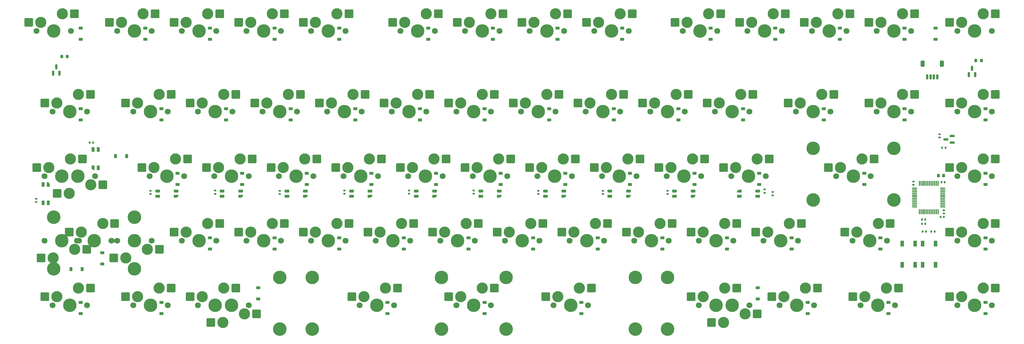
<source format=gbr>
%TF.GenerationSoftware,KiCad,Pcbnew,8.0.4*%
%TF.CreationDate,2024-08-19T01:28:38+08:00*%
%TF.ProjectId,cloak-xt,636c6f61-6b2d-4787-942e-6b696361645f,rev?*%
%TF.SameCoordinates,Original*%
%TF.FileFunction,Soldermask,Bot*%
%TF.FilePolarity,Negative*%
%FSLAX46Y46*%
G04 Gerber Fmt 4.6, Leading zero omitted, Abs format (unit mm)*
G04 Created by KiCad (PCBNEW 8.0.4) date 2024-08-19 01:28:38*
%MOMM*%
%LPD*%
G01*
G04 APERTURE LIST*
G04 Aperture macros list*
%AMRoundRect*
0 Rectangle with rounded corners*
0 $1 Rounding radius*
0 $2 $3 $4 $5 $6 $7 $8 $9 X,Y pos of 4 corners*
0 Add a 4 corners polygon primitive as box body*
4,1,4,$2,$3,$4,$5,$6,$7,$8,$9,$2,$3,0*
0 Add four circle primitives for the rounded corners*
1,1,$1+$1,$2,$3*
1,1,$1+$1,$4,$5*
1,1,$1+$1,$6,$7*
1,1,$1+$1,$8,$9*
0 Add four rect primitives between the rounded corners*
20,1,$1+$1,$2,$3,$4,$5,0*
20,1,$1+$1,$4,$5,$6,$7,0*
20,1,$1+$1,$6,$7,$8,$9,0*
20,1,$1+$1,$8,$9,$2,$3,0*%
%AMFreePoly0*
4,1,18,-0.410000,0.593000,-0.403758,0.624380,-0.385983,0.650983,-0.359380,0.668758,-0.328000,0.675000,0.328000,0.675000,0.359380,0.668758,0.385983,0.650983,0.403758,0.624380,0.410000,0.593000,0.410000,-0.593000,0.403758,-0.624380,0.385983,-0.650983,0.359380,-0.668758,0.328000,-0.675000,0.000000,-0.675000,-0.410000,-0.265000,-0.410000,0.593000,-0.410000,0.593000,$1*%
G04 Aperture macros list end*
%ADD10RoundRect,0.082000X0.593000X-0.328000X0.593000X0.328000X-0.593000X0.328000X-0.593000X-0.328000X0*%
%ADD11FreePoly0,90.000000*%
%ADD12RoundRect,0.082000X0.328000X0.593000X-0.328000X0.593000X-0.328000X-0.593000X0.328000X-0.593000X0*%
%ADD13FreePoly0,180.000000*%
%ADD14RoundRect,0.082000X-0.328000X-0.593000X0.328000X-0.593000X0.328000X0.593000X-0.328000X0.593000X0*%
%ADD15FreePoly0,0.000000*%
%ADD16RoundRect,0.082000X-0.593000X0.328000X-0.593000X-0.328000X0.593000X-0.328000X0.593000X0.328000X0*%
%ADD17FreePoly0,270.000000*%
%ADD18RoundRect,0.140000X-0.170000X0.140000X-0.170000X-0.140000X0.170000X-0.140000X0.170000X0.140000X0*%
%ADD19RoundRect,0.140000X-0.140000X-0.170000X0.140000X-0.170000X0.140000X0.170000X-0.140000X0.170000X0*%
%ADD20RoundRect,0.140000X0.170000X-0.140000X0.170000X0.140000X-0.170000X0.140000X-0.170000X-0.140000X0*%
%ADD21RoundRect,0.135000X-0.185000X0.135000X-0.185000X-0.135000X0.185000X-0.135000X0.185000X0.135000X0*%
%ADD22C,3.987800*%
%ADD23C,4.000000*%
%ADD24RoundRect,0.225000X0.375000X-0.225000X0.375000X0.225000X-0.375000X0.225000X-0.375000X-0.225000X0*%
%ADD25C,1.750000*%
%ADD26C,3.300000*%
%ADD27RoundRect,0.250000X1.025000X1.000000X-1.025000X1.000000X-1.025000X-1.000000X1.025000X-1.000000X0*%
%ADD28RoundRect,0.075000X0.075000X-0.662500X0.075000X0.662500X-0.075000X0.662500X-0.075000X-0.662500X0*%
%ADD29RoundRect,0.075000X0.662500X-0.075000X0.662500X0.075000X-0.662500X0.075000X-0.662500X-0.075000X0*%
%ADD30RoundRect,0.225000X0.225000X0.375000X-0.225000X0.375000X-0.225000X-0.375000X0.225000X-0.375000X0*%
%ADD31RoundRect,0.250000X-1.025000X-1.000000X1.025000X-1.000000X1.025000X1.000000X-1.025000X1.000000X0*%
%ADD32RoundRect,0.225000X-0.375000X0.225000X-0.375000X-0.225000X0.375000X-0.225000X0.375000X0.225000X0*%
%ADD33R,1.000000X1.700000*%
%ADD34RoundRect,0.150000X0.150000X-0.587500X0.150000X0.587500X-0.150000X0.587500X-0.150000X-0.587500X0*%
%ADD35RoundRect,0.200000X0.200000X0.275000X-0.200000X0.275000X-0.200000X-0.275000X0.200000X-0.275000X0*%
%ADD36RoundRect,0.150000X0.587500X0.150000X-0.587500X0.150000X-0.587500X-0.150000X0.587500X-0.150000X0*%
%ADD37RoundRect,0.140000X0.140000X0.170000X-0.140000X0.170000X-0.140000X-0.170000X0.140000X-0.170000X0*%
%ADD38RoundRect,0.135000X0.135000X0.185000X-0.135000X0.185000X-0.135000X-0.185000X0.135000X-0.185000X0*%
%ADD39RoundRect,0.150000X-0.150000X-0.625000X0.150000X-0.625000X0.150000X0.625000X-0.150000X0.625000X0*%
%ADD40RoundRect,0.250000X-0.350000X-0.650000X0.350000X-0.650000X0.350000X0.650000X-0.350000X0.650000X0*%
%ADD41RoundRect,0.225000X-0.225000X-0.250000X0.225000X-0.250000X0.225000X0.250000X-0.225000X0.250000X0*%
G04 APERTURE END LIST*
D10*
%TO.C,LED10*%
X97589536Y-130347661D03*
X97589536Y-131847661D03*
X103039536Y-130347661D03*
D11*
X103039536Y-131847661D03*
%TD*%
D10*
%TO.C,LED4*%
X211889536Y-130347661D03*
X211889536Y-131847661D03*
X217339536Y-130347661D03*
D11*
X217339536Y-131847661D03*
%TD*%
D10*
%TO.C,LED3*%
X230886411Y-130391411D03*
X230886411Y-131891411D03*
X236336411Y-130391411D03*
D11*
X236336411Y-131891411D03*
%TD*%
D10*
%TO.C,LED2*%
X249936411Y-130391411D03*
X249936411Y-131891411D03*
X255386411Y-130391411D03*
D11*
X255386411Y-131891411D03*
%TD*%
D10*
%TO.C,LED9*%
X116586411Y-130391411D03*
X116586411Y-131891411D03*
X122036411Y-130391411D03*
D11*
X122036411Y-131891411D03*
%TD*%
D12*
%TO.C,LED12*%
X63792661Y-133866411D03*
X65292661Y-133866411D03*
X63792661Y-128416411D03*
D13*
X65292661Y-128416411D03*
%TD*%
D14*
%TO.C,LED11*%
X80020786Y-118044536D03*
X78520786Y-118044536D03*
X80020786Y-123494536D03*
D15*
X78520786Y-123494536D03*
%TD*%
D10*
%TO.C,LED8*%
X135689536Y-130347661D03*
X135689536Y-131847661D03*
X141139536Y-130347661D03*
D11*
X141139536Y-131847661D03*
%TD*%
D10*
%TO.C,LED7*%
X154739536Y-130347661D03*
X154739536Y-131847661D03*
X160189536Y-130347661D03*
D11*
X160189536Y-131847661D03*
%TD*%
D10*
%TO.C,LED6*%
X173789536Y-130347661D03*
X173789536Y-131847661D03*
X179239536Y-130347661D03*
D11*
X179239536Y-131847661D03*
%TD*%
D10*
%TO.C,LED5*%
X192839536Y-130347661D03*
X192839536Y-131847661D03*
X198289536Y-130347661D03*
D11*
X198289536Y-131847661D03*
%TD*%
D16*
%TO.C,LED1*%
X274489536Y-131847661D03*
X274489536Y-130347661D03*
X269039536Y-131847661D03*
D17*
X269039536Y-130347661D03*
%TD*%
D18*
%TO.C,C21*%
X61764536Y-132645786D03*
X61764536Y-133605786D03*
%TD*%
D19*
%TO.C,C20*%
X77556411Y-116060161D03*
X78516411Y-116060161D03*
%TD*%
D20*
%TO.C,C19*%
X95498911Y-131224536D03*
X95498911Y-130264536D03*
%TD*%
%TO.C,C18*%
X114548911Y-131184536D03*
X114548911Y-130224536D03*
%TD*%
%TO.C,C17*%
X133598911Y-131224536D03*
X133598911Y-130264536D03*
%TD*%
%TO.C,C16*%
X152648911Y-131141411D03*
X152648911Y-130181411D03*
%TD*%
%TO.C,C15*%
X171698911Y-131141411D03*
X171698911Y-130181411D03*
%TD*%
%TO.C,C14*%
X190748911Y-131141411D03*
X190748911Y-130181411D03*
%TD*%
%TO.C,C13*%
X209798911Y-130264536D03*
X209798911Y-131224536D03*
%TD*%
%TO.C,C12*%
X228848911Y-130264536D03*
X228848911Y-131224536D03*
%TD*%
D21*
%TO.C,R5*%
X278855161Y-131651411D03*
X278855161Y-130631411D03*
%TD*%
D20*
%TO.C,C11*%
X247898911Y-130264536D03*
X247898911Y-131224536D03*
%TD*%
D18*
%TO.C,C8*%
X276473911Y-130827661D03*
X276473911Y-129867661D03*
%TD*%
D22*
%TO.C,ENC2*%
X338386411Y-83119536D03*
%TD*%
D23*
%TO.C,S44*%
X66923911Y-138047036D03*
D22*
X66923911Y-153287036D03*
D23*
X90736411Y-138047036D03*
D22*
X90736411Y-153287036D03*
%TD*%
D23*
%TO.C,S62*%
X181223911Y-171067036D03*
D22*
X181223911Y-155827036D03*
D23*
X143123911Y-171067036D03*
D22*
X143123911Y-155827036D03*
%TD*%
%TO.C,ENC1*%
X66923911Y-83119536D03*
%TD*%
D23*
%TO.C,S41*%
X314573911Y-132967036D03*
D22*
X314573911Y-117727036D03*
D23*
X290761411Y-132967036D03*
D22*
X290761411Y-117727036D03*
%TD*%
D23*
%TO.C,S63*%
X247898911Y-171067036D03*
D22*
X247898911Y-155827036D03*
D23*
X133598911Y-171067036D03*
D22*
X133598911Y-155827036D03*
%TD*%
D23*
%TO.C,S64*%
X238373911Y-171067036D03*
D22*
X238373911Y-155827036D03*
D23*
X200273911Y-171067036D03*
D22*
X200273911Y-155827036D03*
%TD*%
D24*
%TO.C,D23*%
X232023911Y-106075786D03*
X232023911Y-109375786D03*
%TD*%
%TO.C,D16*%
X98673911Y-106075786D03*
X98673911Y-109375786D03*
%TD*%
%TO.C,D62*%
X165348911Y-163225786D03*
X165348911Y-166525786D03*
%TD*%
%TO.C,D7*%
X196400411Y-82263286D03*
X196400411Y-85563286D03*
%TD*%
%TO.C,D35*%
X179636411Y-125125786D03*
X179636411Y-128425786D03*
%TD*%
D25*
%TO.C,MX59*%
X100578911Y-164082036D03*
D22*
X95498911Y-164082036D03*
D25*
X90418911Y-164082036D03*
D26*
X91688911Y-161542036D03*
D27*
X88138911Y-161542036D03*
X101588911Y-159002036D03*
D26*
X98038911Y-159002036D03*
%TD*%
D24*
%TO.C,D41*%
X305842661Y-125125786D03*
X305842661Y-128425786D03*
%TD*%
D20*
%TO.C,C4*%
X320348911Y-127527036D03*
X320348911Y-128487036D03*
%TD*%
D28*
%TO.C,U1*%
X327598911Y-136419536D03*
X327098911Y-136419536D03*
X326598911Y-136419536D03*
X326098911Y-136419536D03*
X325598911Y-136419536D03*
X325098911Y-136419536D03*
X324598911Y-136419536D03*
X324098911Y-136419536D03*
X323598911Y-136419536D03*
X323098911Y-136419536D03*
X322598911Y-136419536D03*
X322098911Y-136419536D03*
D29*
X320686411Y-135007036D03*
X320686411Y-134507036D03*
X320686411Y-134007036D03*
X320686411Y-133507036D03*
X320686411Y-133007036D03*
X320686411Y-132507036D03*
X320686411Y-132007036D03*
X320686411Y-131507036D03*
X320686411Y-131007036D03*
X320686411Y-130507036D03*
X320686411Y-130007036D03*
X320686411Y-129507036D03*
D28*
X322098911Y-128094536D03*
X322598911Y-128094536D03*
X323098911Y-128094536D03*
X323598911Y-128094536D03*
X324098911Y-128094536D03*
X324598911Y-128094536D03*
X325098911Y-128094536D03*
X325598911Y-128094536D03*
X326098911Y-128094536D03*
X326598911Y-128094536D03*
X327098911Y-128094536D03*
X327598911Y-128094536D03*
D29*
X329011411Y-129507036D03*
X329011411Y-130007036D03*
X329011411Y-130507036D03*
X329011411Y-131007036D03*
X329011411Y-131507036D03*
X329011411Y-132007036D03*
X329011411Y-132507036D03*
X329011411Y-133007036D03*
X329011411Y-133507036D03*
X329011411Y-134007036D03*
X329011411Y-134507036D03*
X329011411Y-135007036D03*
%TD*%
D24*
%TO.C,D37*%
X217736411Y-125125786D03*
X217736411Y-128425786D03*
%TD*%
%TO.C,D3*%
X112961411Y-82263286D03*
X112961411Y-85563286D03*
%TD*%
D25*
%TO.C,MX20*%
X176778911Y-106932036D03*
D22*
X171698911Y-106932036D03*
D25*
X166618911Y-106932036D03*
D26*
X167888911Y-104392036D03*
D27*
X164338911Y-104392036D03*
X177788911Y-101852036D03*
D26*
X174238911Y-101852036D03*
%TD*%
D24*
%TO.C,D20*%
X174873911Y-106075786D03*
X174873911Y-109375786D03*
%TD*%
D25*
%TO.C,MX1*%
X72003911Y-83119536D03*
D22*
X66923911Y-83119536D03*
D25*
X61843911Y-83119536D03*
D26*
X63113911Y-80579536D03*
D27*
X59563911Y-80579536D03*
X73013911Y-78039536D03*
D26*
X69463911Y-78039536D03*
%TD*%
D25*
%TO.C,MX22*%
X214878911Y-106932036D03*
D22*
X209798911Y-106932036D03*
D25*
X204718911Y-106932036D03*
D26*
X205988911Y-104392036D03*
D27*
X202438911Y-104392036D03*
X215888911Y-101852036D03*
D26*
X212338911Y-101852036D03*
%TD*%
D24*
%TO.C,D8*%
X215450411Y-82263286D03*
X215450411Y-85563286D03*
%TD*%
%TO.C,D11*%
X279648911Y-82263286D03*
X279648911Y-85563286D03*
%TD*%
D25*
%TO.C,MX17*%
X119628911Y-106932036D03*
D22*
X114548911Y-106932036D03*
D25*
X109468911Y-106932036D03*
D26*
X110738911Y-104392036D03*
D27*
X107188911Y-104392036D03*
X120638911Y-101852036D03*
D26*
X117088911Y-101852036D03*
%TD*%
D24*
%TO.C,D59*%
X98673911Y-163225786D03*
X98673911Y-166525786D03*
%TD*%
%TO.C,D47*%
X132011411Y-144175786D03*
X132011411Y-147475786D03*
%TD*%
D25*
%TO.C,MX53*%
X248216411Y-145032036D03*
D22*
X243136411Y-145032036D03*
D25*
X238056411Y-145032036D03*
D26*
X239326411Y-142492036D03*
D27*
X235776411Y-142492036D03*
X249226411Y-139952036D03*
D26*
X245676411Y-139952036D03*
%TD*%
D24*
%TO.C,D54*%
X265361411Y-144175786D03*
X265361411Y-147475786D03*
%TD*%
D25*
%TO.C,MX14*%
X343466411Y-83119536D03*
D22*
X338386411Y-83119536D03*
D25*
X333306411Y-83119536D03*
D26*
X334576411Y-80579536D03*
D27*
X331026411Y-80579536D03*
X344476411Y-78039536D03*
D26*
X340926411Y-78039536D03*
%TD*%
D25*
%TO.C,MX12*%
X300603911Y-83119536D03*
D22*
X295523911Y-83119536D03*
D25*
X290443911Y-83119536D03*
D26*
X291713911Y-80579536D03*
D27*
X288163911Y-80579536D03*
X301613911Y-78039536D03*
D26*
X298063911Y-78039536D03*
%TD*%
D25*
%TO.C,MX56*%
X312510161Y-145032036D03*
D22*
X307430161Y-145032036D03*
D25*
X302350161Y-145032036D03*
D26*
X303620161Y-142492036D03*
D27*
X300070161Y-142492036D03*
X313520161Y-139952036D03*
D26*
X309970161Y-139952036D03*
%TD*%
D25*
%TO.C,MX60*%
X119628911Y-164082036D03*
D22*
X114548911Y-164082036D03*
D25*
X109468911Y-164082036D03*
D26*
X110738911Y-161542036D03*
D27*
X107188911Y-161542036D03*
X120638911Y-159002036D03*
D26*
X117088911Y-159002036D03*
%TD*%
D24*
%TO.C,D15*%
X74861411Y-106075786D03*
X74861411Y-109375786D03*
%TD*%
D19*
%TO.C,C3*%
X329578911Y-127757036D03*
X328618911Y-127757036D03*
%TD*%
D30*
%TO.C,D43*%
X72020786Y-153366411D03*
X75320786Y-153366411D03*
%TD*%
D25*
%TO.C,MX34*%
X162491411Y-125982036D03*
D22*
X157411411Y-125982036D03*
D25*
X152331411Y-125982036D03*
D26*
X153601411Y-123442036D03*
D27*
X150051411Y-123442036D03*
X163501411Y-120902036D03*
D26*
X159951411Y-120902036D03*
%TD*%
D25*
%TO.C,MX13*%
X319653911Y-83119536D03*
D22*
X314573911Y-83119536D03*
D25*
X309493911Y-83119536D03*
D26*
X310763911Y-80579536D03*
D27*
X307213911Y-80579536D03*
X320663911Y-78039536D03*
D26*
X317113911Y-78039536D03*
%TD*%
D25*
%TO.C,MX46*%
X114866411Y-145032036D03*
D22*
X109786411Y-145032036D03*
D25*
X104706411Y-145032036D03*
D26*
X105976411Y-142492036D03*
D27*
X102426411Y-142492036D03*
X115876411Y-139952036D03*
D26*
X112326411Y-139952036D03*
%TD*%
D25*
%TO.C,MX42*%
X343466411Y-125982036D03*
D22*
X338386411Y-125982036D03*
D25*
X333306411Y-125982036D03*
D26*
X334576411Y-123442036D03*
D27*
X331026411Y-123442036D03*
X344476411Y-120902036D03*
D26*
X340926411Y-120902036D03*
%TD*%
D25*
%TO.C,MX45*%
X85656411Y-145032036D03*
D22*
X90736411Y-145032036D03*
D25*
X95816411Y-145032036D03*
D26*
X94546411Y-147572036D03*
D31*
X98096411Y-147572036D03*
X84646411Y-150112036D03*
D26*
X88196411Y-150112036D03*
%TD*%
D32*
%TO.C,D45*%
X81211411Y-151841411D03*
X81211411Y-148541411D03*
%TD*%
D25*
%TO.C,MX29*%
X74385161Y-125982036D03*
D22*
X69305161Y-125982036D03*
D25*
X64225161Y-125982036D03*
D26*
X65495161Y-123442036D03*
D27*
X61945161Y-123442036D03*
X75395161Y-120902036D03*
D26*
X71845161Y-120902036D03*
%TD*%
D33*
%TO.C,BOOT1*%
X326877036Y-152150786D03*
X326877036Y-145850786D03*
X323077036Y-152150786D03*
X323077036Y-145850786D03*
%TD*%
D25*
%TO.C,MX7*%
X198305411Y-83119536D03*
D22*
X193225411Y-83119536D03*
D25*
X188145411Y-83119536D03*
D26*
X189415411Y-80579536D03*
D27*
X185865411Y-80579536D03*
X199315411Y-78039536D03*
D26*
X195765411Y-78039536D03*
%TD*%
%TO.C,MX30*%
X71527661Y-131062036D03*
D31*
X67977661Y-131062036D03*
X81427661Y-128522036D03*
D26*
X77877661Y-128522036D03*
D25*
X79147661Y-125982036D03*
D22*
X74067661Y-125982036D03*
D25*
X68987661Y-125982036D03*
%TD*%
%TO.C,MX8*%
X217355411Y-83119536D03*
D22*
X212275411Y-83119536D03*
D25*
X207195411Y-83119536D03*
D26*
X208465411Y-80579536D03*
D27*
X204915411Y-80579536D03*
X218365411Y-78039536D03*
D26*
X214815411Y-78039536D03*
%TD*%
D24*
%TO.C,D40*%
X274886411Y-125125786D03*
X274886411Y-128425786D03*
%TD*%
D25*
%TO.C,MX16*%
X100578911Y-106932036D03*
D22*
X95498911Y-106932036D03*
D25*
X90418911Y-106932036D03*
D26*
X91688911Y-104392036D03*
D27*
X88138911Y-104392036D03*
X101588911Y-101852036D03*
D26*
X98038911Y-101852036D03*
%TD*%
D24*
%TO.C,D19*%
X155823911Y-106075786D03*
X155823911Y-109375786D03*
%TD*%
D30*
%TO.C,D29*%
X85117661Y-120028911D03*
X88417661Y-120028911D03*
%TD*%
D25*
%TO.C,MX33*%
X143441411Y-125982036D03*
D22*
X138361411Y-125982036D03*
D25*
X133281411Y-125982036D03*
D26*
X134551411Y-123442036D03*
D27*
X131001411Y-123442036D03*
X144451411Y-120902036D03*
D26*
X140901411Y-120902036D03*
%TD*%
D18*
%TO.C,C5*%
X329348911Y-136987036D03*
X329348911Y-136027036D03*
%TD*%
D25*
%TO.C,MX54*%
X267266411Y-145032036D03*
D22*
X262186411Y-145032036D03*
D25*
X257106411Y-145032036D03*
D26*
X258376411Y-142492036D03*
D27*
X254826411Y-142492036D03*
X268276411Y-139952036D03*
D26*
X264726411Y-139952036D03*
%TD*%
D24*
%TO.C,D50*%
X189161411Y-144175786D03*
X189161411Y-147475786D03*
%TD*%
%TO.C,D48*%
X151061411Y-144175786D03*
X151061411Y-147475786D03*
%TD*%
%TO.C,D31*%
X103436411Y-125125786D03*
X103436411Y-128425786D03*
%TD*%
D25*
%TO.C,MX65*%
X267266411Y-164082036D03*
D22*
X262186411Y-164082036D03*
D25*
X257106411Y-164082036D03*
D26*
X258376411Y-161542036D03*
D27*
X254826411Y-161542036D03*
X268276411Y-159002036D03*
D26*
X264726411Y-159002036D03*
%TD*%
D25*
%TO.C,MX24*%
X252978911Y-106932036D03*
D22*
X247898911Y-106932036D03*
D25*
X242818911Y-106932036D03*
D26*
X244088911Y-104392036D03*
D27*
X240538911Y-104392036D03*
X253988911Y-101852036D03*
D26*
X250438911Y-101852036D03*
%TD*%
D25*
%TO.C,MX31*%
X105341411Y-125982036D03*
D22*
X100261411Y-125982036D03*
D25*
X95181411Y-125982036D03*
D26*
X96451411Y-123442036D03*
D27*
X92901411Y-123442036D03*
X106351411Y-120902036D03*
D26*
X102801411Y-120902036D03*
%TD*%
D25*
%TO.C,MX3*%
X114866411Y-83119536D03*
D22*
X109786411Y-83119536D03*
D25*
X104706411Y-83119536D03*
D26*
X105976411Y-80579536D03*
D27*
X102426411Y-80579536D03*
X115876411Y-78039536D03*
D26*
X112326411Y-78039536D03*
%TD*%
D25*
%TO.C,MX18*%
X138678911Y-106932036D03*
D22*
X133598911Y-106932036D03*
D25*
X128518911Y-106932036D03*
D26*
X129788911Y-104392036D03*
D27*
X126238911Y-104392036D03*
X139688911Y-101852036D03*
D26*
X136138911Y-101852036D03*
%TD*%
D25*
%TO.C,MX6*%
X179255411Y-83119536D03*
D22*
X174175411Y-83119536D03*
D25*
X169095411Y-83119536D03*
D26*
X170365411Y-80579536D03*
D27*
X166815411Y-80579536D03*
X180265411Y-78039536D03*
D26*
X176715411Y-78039536D03*
%TD*%
D25*
%TO.C,MX41*%
X307747661Y-125982036D03*
D22*
X302667661Y-125982036D03*
D25*
X297587661Y-125982036D03*
D26*
X298857661Y-123442036D03*
D27*
X295307661Y-123442036D03*
X308757661Y-120902036D03*
D26*
X305207661Y-120902036D03*
%TD*%
D25*
%TO.C,MX25*%
X272028911Y-106932036D03*
D22*
X266948911Y-106932036D03*
D25*
X261868911Y-106932036D03*
D26*
X263138911Y-104392036D03*
D27*
X259588911Y-104392036D03*
X273038911Y-101852036D03*
D26*
X269488911Y-101852036D03*
%TD*%
D25*
%TO.C,MX11*%
X281553911Y-83119536D03*
D22*
X276473911Y-83119536D03*
D25*
X271393911Y-83119536D03*
D26*
X272663911Y-80579536D03*
D27*
X269113911Y-80579536D03*
X282563911Y-78039536D03*
D26*
X279013911Y-78039536D03*
%TD*%
D25*
%TO.C,MX5*%
X152966411Y-83119536D03*
D22*
X147886411Y-83119536D03*
D25*
X142806411Y-83119536D03*
D26*
X144076411Y-80579536D03*
D27*
X140526411Y-80579536D03*
X153976411Y-78039536D03*
D26*
X150426411Y-78039536D03*
%TD*%
D25*
%TO.C,MX2*%
X95816411Y-83119536D03*
D22*
X90736411Y-83119536D03*
D25*
X85656411Y-83119536D03*
D26*
X86926411Y-80579536D03*
D27*
X83376411Y-80579536D03*
X96826411Y-78039536D03*
D26*
X93276411Y-78039536D03*
%TD*%
D25*
%TO.C,MX38*%
X238691411Y-125982036D03*
D22*
X233611411Y-125982036D03*
D25*
X228531411Y-125982036D03*
D26*
X229801411Y-123442036D03*
D27*
X226251411Y-123442036D03*
X239701411Y-120902036D03*
D26*
X236151411Y-120902036D03*
%TD*%
D24*
%TO.C,D52*%
X227261411Y-144175786D03*
X227261411Y-147475786D03*
%TD*%
D25*
%TO.C,MX48*%
X152966411Y-145032036D03*
D22*
X147886411Y-145032036D03*
D25*
X142806411Y-145032036D03*
D26*
X144076411Y-142492036D03*
D27*
X140526411Y-142492036D03*
X153976411Y-139952036D03*
D26*
X150426411Y-139952036D03*
%TD*%
D24*
%TO.C,D64*%
X222498911Y-163225786D03*
X222498911Y-166525786D03*
%TD*%
D33*
%TO.C,RST1*%
X317077036Y-145850786D03*
X317077036Y-152150786D03*
X320877036Y-145850786D03*
X320877036Y-152150786D03*
%TD*%
D24*
%TO.C,D2*%
X93911411Y-82263286D03*
X93911411Y-85563286D03*
%TD*%
%TO.C,D63*%
X193923911Y-163225786D03*
X193923911Y-166525786D03*
%TD*%
D25*
%TO.C,MX52*%
X229166411Y-145032036D03*
D22*
X224086411Y-145032036D03*
D25*
X219006411Y-145032036D03*
D26*
X220276411Y-142492036D03*
D27*
X216726411Y-142492036D03*
X230176411Y-139952036D03*
D26*
X226626411Y-139952036D03*
%TD*%
D25*
%TO.C,MX47*%
X133916411Y-145032036D03*
D22*
X128836411Y-145032036D03*
D25*
X123756411Y-145032036D03*
D26*
X125026411Y-142492036D03*
D27*
X121476411Y-142492036D03*
X134926411Y-139952036D03*
D26*
X131376411Y-139952036D03*
%TD*%
D24*
%TO.C,D34*%
X160586411Y-125125786D03*
X160586411Y-128425786D03*
%TD*%
D25*
%TO.C,MX68*%
X314891411Y-164082036D03*
D22*
X309811411Y-164082036D03*
D25*
X304731411Y-164082036D03*
D26*
X306001411Y-161542036D03*
D27*
X302451411Y-161542036D03*
X315901411Y-159002036D03*
D26*
X312351411Y-159002036D03*
%TD*%
D24*
%TO.C,D55*%
X284411411Y-144175786D03*
X284411411Y-147475786D03*
%TD*%
D25*
%TO.C,MX21*%
X195828911Y-106932036D03*
D22*
X190748911Y-106932036D03*
D25*
X185668911Y-106932036D03*
D26*
X186938911Y-104392036D03*
D27*
X183388911Y-104392036D03*
X196838911Y-101852036D03*
D26*
X193288911Y-101852036D03*
%TD*%
D24*
%TO.C,D67*%
X289173911Y-163225786D03*
X289173911Y-166525786D03*
%TD*%
%TO.C,D42*%
X341561411Y-125125786D03*
X341561411Y-128425786D03*
%TD*%
D34*
%TO.C,Q2*%
X337592661Y-94088286D03*
X336642661Y-95963286D03*
X338542661Y-95963286D03*
%TD*%
D24*
%TO.C,D18*%
X136773911Y-106075786D03*
X136773911Y-109375786D03*
%TD*%
D25*
%TO.C,MX64*%
X224403911Y-164082036D03*
D22*
X219323911Y-164082036D03*
D25*
X214243911Y-164082036D03*
D26*
X215513911Y-161542036D03*
D27*
X211963911Y-161542036D03*
X225413911Y-159002036D03*
D26*
X221863911Y-159002036D03*
%TD*%
D24*
%TO.C,D27*%
X317748911Y-106075786D03*
X317748911Y-109375786D03*
%TD*%
D25*
%TO.C,MX19*%
X157728911Y-106932036D03*
D22*
X152648911Y-106932036D03*
D25*
X147568911Y-106932036D03*
D26*
X148838911Y-104392036D03*
D27*
X145288911Y-104392036D03*
X158738911Y-101852036D03*
D26*
X155188911Y-101852036D03*
%TD*%
D35*
%TO.C,R2*%
X338720786Y-91850786D03*
X340370786Y-91850786D03*
%TD*%
D36*
%TO.C,U3*%
X329880161Y-115075786D03*
X331755161Y-116025786D03*
X331755161Y-114125786D03*
%TD*%
D25*
%TO.C,MX69*%
X343466411Y-164082036D03*
D22*
X338386411Y-164082036D03*
D25*
X333306411Y-164082036D03*
D26*
X334576411Y-161542036D03*
D27*
X331026411Y-161542036D03*
X344476411Y-159002036D03*
D26*
X340926411Y-159002036D03*
%TD*%
D25*
%TO.C,MX43*%
X64225161Y-145032036D03*
D22*
X69305161Y-145032036D03*
D25*
X74385161Y-145032036D03*
D26*
X73115161Y-147572036D03*
D31*
X76665161Y-147572036D03*
X63215161Y-150112036D03*
D26*
X66765161Y-150112036D03*
%TD*%
D19*
%TO.C,C6*%
X329328911Y-138007036D03*
X328368911Y-138007036D03*
%TD*%
D25*
%TO.C,MX9*%
X236405411Y-83119536D03*
D22*
X231325411Y-83119536D03*
D25*
X226245411Y-83119536D03*
D26*
X227515411Y-80579536D03*
D27*
X223965411Y-80579536D03*
X237415411Y-78039536D03*
D26*
X233865411Y-78039536D03*
%TD*%
D25*
%TO.C,MX49*%
X172016411Y-145032036D03*
D22*
X166936411Y-145032036D03*
D25*
X161856411Y-145032036D03*
D26*
X163126411Y-142492036D03*
D27*
X159576411Y-142492036D03*
X173026411Y-139952036D03*
D26*
X169476411Y-139952036D03*
%TD*%
D24*
%TO.C,D46*%
X112961411Y-144175786D03*
X112961411Y-147475786D03*
%TD*%
%TO.C,D22*%
X212973911Y-106075786D03*
X212973911Y-109375786D03*
%TD*%
%TO.C,D28*%
X341561411Y-106075786D03*
X341561411Y-109375786D03*
%TD*%
D25*
%TO.C,MX51*%
X210116411Y-145032036D03*
D22*
X205036411Y-145032036D03*
D25*
X199956411Y-145032036D03*
D26*
X201226411Y-142492036D03*
D27*
X197676411Y-142492036D03*
X211126411Y-139952036D03*
D26*
X207576411Y-139952036D03*
%TD*%
D25*
%TO.C,MX23*%
X233928911Y-106932036D03*
D22*
X228848911Y-106932036D03*
D25*
X223768911Y-106932036D03*
D26*
X225038911Y-104392036D03*
D27*
X221488911Y-104392036D03*
X234938911Y-101852036D03*
D26*
X231388911Y-101852036D03*
%TD*%
D24*
%TO.C,D33*%
X141536411Y-125125786D03*
X141536411Y-128425786D03*
%TD*%
%TO.C,D38*%
X236786411Y-125125786D03*
X236786411Y-128425786D03*
%TD*%
%TO.C,D49*%
X170111411Y-144175786D03*
X170111411Y-147475786D03*
%TD*%
%TO.C,D58*%
X74861411Y-163225786D03*
X74861411Y-166525786D03*
%TD*%
%TO.C,D39*%
X255836411Y-125125786D03*
X255836411Y-128425786D03*
%TD*%
D37*
%TO.C,C10*%
X328837661Y-117575786D03*
X329797661Y-117575786D03*
%TD*%
D25*
%TO.C,MX39*%
X257741411Y-125982036D03*
D22*
X252661411Y-125982036D03*
D25*
X247581411Y-125982036D03*
D26*
X248851411Y-123442036D03*
D27*
X245301411Y-123442036D03*
X258751411Y-120902036D03*
D26*
X255201411Y-120902036D03*
%TD*%
D25*
%TO.C,MX35*%
X181541411Y-125982036D03*
D22*
X176461411Y-125982036D03*
D25*
X171381411Y-125982036D03*
D26*
X172651411Y-123442036D03*
D27*
X169101411Y-123442036D03*
X182551411Y-120902036D03*
D26*
X179001411Y-120902036D03*
%TD*%
D34*
%TO.C,Q1*%
X67717661Y-93691411D03*
X66767661Y-95566411D03*
X68667661Y-95566411D03*
%TD*%
D24*
%TO.C,D14*%
X326877036Y-82263286D03*
X326877036Y-85563286D03*
%TD*%
D35*
%TO.C,R1*%
X69273911Y-90660161D03*
X70923911Y-90660161D03*
%TD*%
D24*
%TO.C,D53*%
X246311411Y-144175786D03*
X246311411Y-147475786D03*
%TD*%
D25*
%TO.C,MX40*%
X276791411Y-125982036D03*
D22*
X271711411Y-125982036D03*
D25*
X266631411Y-125982036D03*
D26*
X267901411Y-123442036D03*
D27*
X264351411Y-123442036D03*
X277801411Y-120902036D03*
D26*
X274251411Y-120902036D03*
%TD*%
D24*
%TO.C,D9*%
X234500411Y-82263286D03*
X234500411Y-85563286D03*
%TD*%
%TO.C,D17*%
X117723911Y-106075786D03*
X117723911Y-109375786D03*
%TD*%
%TO.C,D25*%
X270123911Y-106075786D03*
X270123911Y-109375786D03*
%TD*%
D25*
%TO.C,MX36*%
X200591411Y-125982036D03*
D22*
X195511411Y-125982036D03*
D25*
X190431411Y-125982036D03*
D26*
X191701411Y-123442036D03*
D27*
X188151411Y-123442036D03*
X201601411Y-120902036D03*
D26*
X198051411Y-120902036D03*
%TD*%
D20*
%TO.C,C9*%
X328067661Y-113595786D03*
X328067661Y-114555786D03*
%TD*%
D24*
%TO.C,D6*%
X177350411Y-82263286D03*
X177350411Y-85563286D03*
%TD*%
%TO.C,D5*%
X151061411Y-82263286D03*
X151061411Y-85563286D03*
%TD*%
D37*
%TO.C,C1*%
X322855488Y-139993613D03*
X323815488Y-139993613D03*
%TD*%
D38*
%TO.C,R4*%
X323088911Y-142257036D03*
X324108911Y-142257036D03*
%TD*%
D24*
%TO.C,D1*%
X74861411Y-82263286D03*
X74861411Y-85563286D03*
%TD*%
%TO.C,D57*%
X341561411Y-144175786D03*
X341561411Y-147475786D03*
%TD*%
D26*
%TO.C,MX62*%
X164713911Y-159002036D03*
D27*
X168263911Y-159002036D03*
X154813911Y-161542036D03*
D26*
X158363911Y-161542036D03*
D25*
X157093911Y-164082036D03*
D22*
X162173911Y-164082036D03*
D25*
X167253911Y-164082036D03*
%TD*%
%TO.C,MX57*%
X343466411Y-145032036D03*
D22*
X338386411Y-145032036D03*
D25*
X333306411Y-145032036D03*
D26*
X334576411Y-142492036D03*
D27*
X331026411Y-142492036D03*
X344476411Y-139952036D03*
D26*
X340926411Y-139952036D03*
%TD*%
D25*
%TO.C,MX28*%
X343466411Y-106932036D03*
D22*
X338386411Y-106932036D03*
D25*
X333306411Y-106932036D03*
D26*
X334576411Y-104392036D03*
D27*
X331026411Y-104392036D03*
X344476411Y-101852036D03*
D26*
X340926411Y-101852036D03*
%TD*%
D19*
%TO.C,C7*%
X323815488Y-138743613D03*
X322855488Y-138743613D03*
%TD*%
D25*
%TO.C,MX61*%
X114231411Y-164082036D03*
D22*
X119311411Y-164082036D03*
D25*
X124391411Y-164082036D03*
D26*
X123121411Y-166622036D03*
D31*
X126671411Y-166622036D03*
X113221411Y-169162036D03*
D26*
X116771411Y-169162036D03*
%TD*%
D24*
%TO.C,D21*%
X193923911Y-106075786D03*
X193923911Y-109375786D03*
%TD*%
D32*
%TO.C,D60*%
X127248911Y-162160161D03*
X127248911Y-158860161D03*
%TD*%
D26*
%TO.C,MX67*%
X288538911Y-159002036D03*
D27*
X292088911Y-159002036D03*
X278638911Y-161542036D03*
D26*
X282188911Y-161542036D03*
D25*
X280918911Y-164082036D03*
D22*
X285998911Y-164082036D03*
D25*
X291078911Y-164082036D03*
%TD*%
%TO.C,MX37*%
X219641411Y-125982036D03*
D22*
X214561411Y-125982036D03*
D25*
X209481411Y-125982036D03*
D26*
X210751411Y-123442036D03*
D27*
X207201411Y-123442036D03*
X220651411Y-120902036D03*
D26*
X217101411Y-120902036D03*
%TD*%
D32*
%TO.C,D65*%
X274489536Y-162160161D03*
X274489536Y-158860161D03*
%TD*%
D24*
%TO.C,D36*%
X198686411Y-125125786D03*
X198686411Y-128425786D03*
%TD*%
D39*
%TO.C,J1*%
X324386411Y-96628911D03*
X325386411Y-96628911D03*
X326386411Y-96628911D03*
X327386411Y-96628911D03*
D40*
X323086411Y-92753911D03*
X328686411Y-92753911D03*
%TD*%
D24*
%TO.C,D68*%
X312986411Y-163225786D03*
X312986411Y-166525786D03*
%TD*%
%TO.C,D12*%
X298698911Y-82263286D03*
X298698911Y-85563286D03*
%TD*%
D25*
%TO.C,MX15*%
X76766411Y-106932036D03*
D22*
X71686411Y-106932036D03*
D25*
X66606411Y-106932036D03*
D26*
X67876411Y-104392036D03*
D27*
X64326411Y-104392036D03*
X77776411Y-101852036D03*
D26*
X74226411Y-101852036D03*
%TD*%
D24*
%TO.C,D4*%
X132011411Y-82263286D03*
X132011411Y-85563286D03*
%TD*%
D38*
%TO.C,R3*%
X325588911Y-142257036D03*
X326608911Y-142257036D03*
%TD*%
D24*
%TO.C,D13*%
X317748911Y-82263286D03*
X317748911Y-85563286D03*
%TD*%
%TO.C,D26*%
X293936411Y-106075786D03*
X293936411Y-109375786D03*
%TD*%
D25*
%TO.C,MX32*%
X124391411Y-125982036D03*
D22*
X119311411Y-125982036D03*
D25*
X114231411Y-125982036D03*
D26*
X115501411Y-123442036D03*
D27*
X111951411Y-123442036D03*
X125401411Y-120902036D03*
D26*
X121851411Y-120902036D03*
%TD*%
D24*
%TO.C,D51*%
X208211411Y-144175786D03*
X208211411Y-147475786D03*
%TD*%
D25*
%TO.C,MX55*%
X286316411Y-145032036D03*
D22*
X281236411Y-145032036D03*
D25*
X276156411Y-145032036D03*
D26*
X277426411Y-142492036D03*
D27*
X273876411Y-142492036D03*
X287326411Y-139952036D03*
D26*
X283776411Y-139952036D03*
%TD*%
D25*
%TO.C,MX44*%
X83910161Y-145032036D03*
D22*
X78830161Y-145032036D03*
D25*
X73750161Y-145032036D03*
D26*
X75020161Y-142492036D03*
D27*
X71470161Y-142492036D03*
X84920161Y-139952036D03*
D26*
X81370161Y-139952036D03*
%TD*%
D41*
%TO.C,C2*%
X329258286Y-125763286D03*
X327708286Y-125763286D03*
%TD*%
D25*
%TO.C,MX27*%
X319653911Y-106932036D03*
D22*
X314573911Y-106932036D03*
D25*
X309493911Y-106932036D03*
D26*
X310763911Y-104392036D03*
D27*
X307213911Y-104392036D03*
X320663911Y-101852036D03*
D26*
X317113911Y-101852036D03*
%TD*%
D24*
%TO.C,D24*%
X251073911Y-106075786D03*
X251073911Y-109375786D03*
%TD*%
D25*
%TO.C,MX66*%
X261868911Y-164082036D03*
D22*
X266948911Y-164082036D03*
D25*
X272028911Y-164082036D03*
D26*
X270758911Y-166622036D03*
D31*
X274308911Y-166622036D03*
X260858911Y-169162036D03*
D26*
X264408911Y-169162036D03*
%TD*%
D24*
%TO.C,D56*%
X310605161Y-144175786D03*
X310605161Y-147475786D03*
%TD*%
D25*
%TO.C,MX26*%
X295841411Y-106932036D03*
D22*
X290761411Y-106932036D03*
D25*
X285681411Y-106932036D03*
D26*
X286951411Y-104392036D03*
D27*
X283401411Y-104392036D03*
X296851411Y-101852036D03*
D26*
X293301411Y-101852036D03*
%TD*%
D25*
%TO.C,MX50*%
X191066411Y-145032036D03*
D22*
X185986411Y-145032036D03*
D25*
X180906411Y-145032036D03*
D26*
X182176411Y-142492036D03*
D27*
X178626411Y-142492036D03*
X192076411Y-139952036D03*
D26*
X188526411Y-139952036D03*
%TD*%
D24*
%TO.C,D32*%
X122486411Y-125125786D03*
X122486411Y-128425786D03*
%TD*%
%TO.C,D10*%
X260598911Y-82263286D03*
X260598911Y-85563286D03*
%TD*%
D25*
%TO.C,MX58*%
X76766411Y-164082036D03*
D22*
X71686411Y-164082036D03*
D25*
X66606411Y-164082036D03*
D26*
X67876411Y-161542036D03*
D27*
X64326411Y-161542036D03*
X77776411Y-159002036D03*
D26*
X74226411Y-159002036D03*
%TD*%
D25*
%TO.C,MX63*%
X195828911Y-164082036D03*
D22*
X190748911Y-164082036D03*
D25*
X185668911Y-164082036D03*
D26*
X186938911Y-161542036D03*
D27*
X183388911Y-161542036D03*
X196838911Y-159002036D03*
D26*
X193288911Y-159002036D03*
%TD*%
D25*
%TO.C,MX10*%
X262503911Y-83119536D03*
D22*
X257423911Y-83119536D03*
D25*
X252343911Y-83119536D03*
D26*
X253613911Y-80579536D03*
D27*
X250063911Y-80579536D03*
X263513911Y-78039536D03*
D26*
X259963911Y-78039536D03*
%TD*%
D24*
%TO.C,D69*%
X341561411Y-163225786D03*
X341561411Y-166525786D03*
%TD*%
D25*
%TO.C,MX4*%
X133916411Y-83119536D03*
D22*
X128836411Y-83119536D03*
D25*
X123756411Y-83119536D03*
D26*
X125026411Y-80579536D03*
D27*
X121476411Y-80579536D03*
X134926411Y-78039536D03*
D26*
X131376411Y-78039536D03*
%TD*%
D22*
%TO.C,S1*%
X143123911Y-155827036D03*
D23*
X143123911Y-171067036D03*
D22*
X238373911Y-155827036D03*
D23*
X238373911Y-171067036D03*
%TD*%
M02*

</source>
